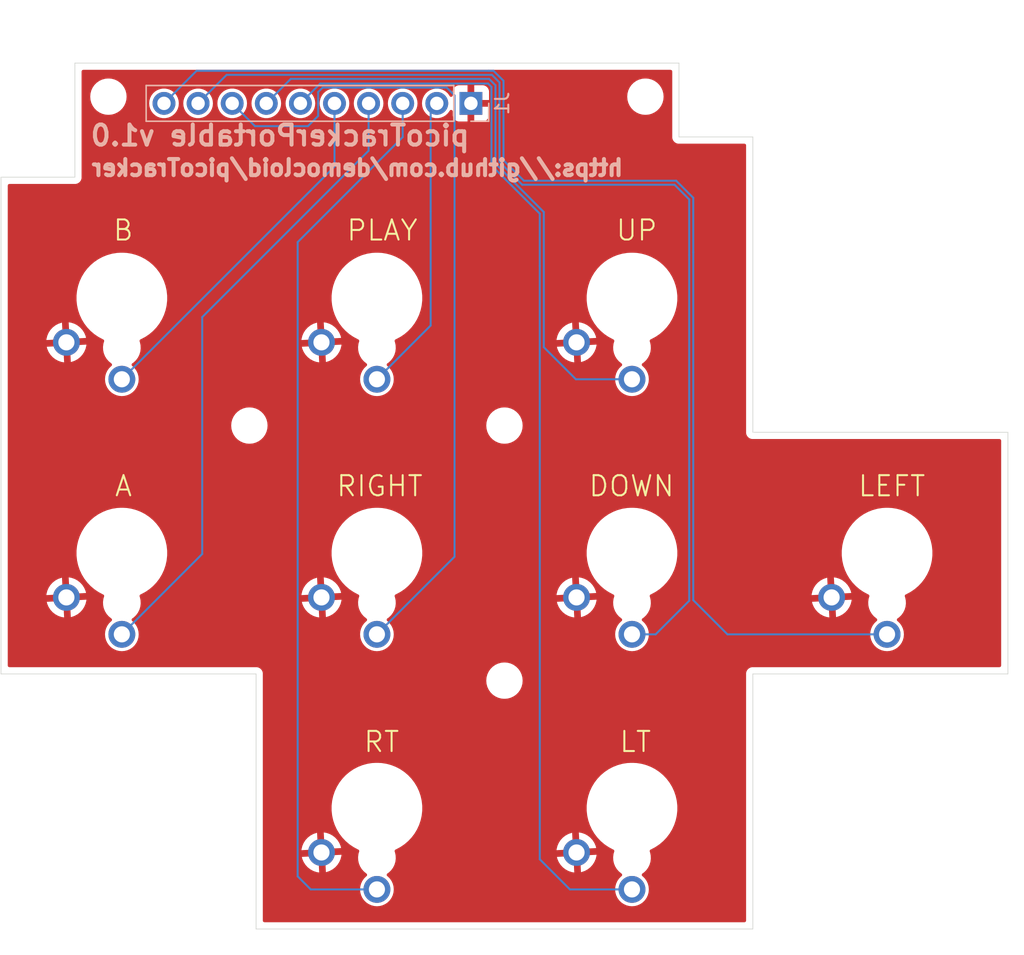
<source format=kicad_pcb>
(kicad_pcb (version 20221018) (generator pcbnew)
  (title_block (title "RP2040 Minimal Design Example") (date "2020-07-13") (rev "REV1") (company "Raspberry Pi (Trading) Ltd"))
  (layers (0 "F.Cu" signal) (31 "B.Cu" signal) (34 "B.Paste" user) (35 "F.Paste" user) (36 "B.SilkS" user "B.Silkscreen") (37 "F.SilkS" user "F.Silkscreen") (38 "B.Mask" user) (39 "F.Mask" user) (44 "Edge.Cuts" user))
  (net 0 "")
  (net 1 "/SW_LEFT")
  (net 2 "/SW_DOWN")
  (net 3 "/SW_RIGHT")
  (net 4 "/SW_UP")
  (net 5 "/SW_LT")
  (net 6 "/SW_B")
  (net 7 "/SW_A")
  (net 8 "/SW_RT")
  (net 9 "/SW_PLAY")
  (net 10 "/GND")
  (footprint "MountingHole:MountingHole_2.2mm_M2" (layer "F.Cu") (at 37.5 82.5)
    (fp_text reference "H3" hide)
    (fp_text value "MountingHole")
    (pad "" np_thru_hole circle locked (at 0 0) (size 2.2 2.2) (drill 2.2) (layers "*.Cu" "*.Mask"))
  )
  (footprint "MountingHole:MountingHole_2.2mm_M2" (layer "F.Cu") (at 37.5 101.5)
    (fp_text reference "H5" hide)
    (fp_text value "MountingHole")
    (pad "" np_thru_hole circle locked (at 0 0) (size 2.2 2.2) (drill 2.2) (layers "*.Cu" "*.Mask"))
  )
  (footprint "MountingHole:MountingHole_2.2mm_M2" (layer "F.Cu") (at 48 58)
    (fp_text reference "H1" hide)
    (fp_text value "MountingHole")
    (pad "" np_thru_hole circle locked (at 0 0) (size 2.2 2.2) (drill 2.2) (layers "*.Cu" "*.Mask"))
  )
  (footprint "MountingHole:MountingHole_2.2mm_M2" (layer "F.Cu") (at 18.5 82.5)
    (fp_text reference "H4" hide)
    (fp_text value "MountingHole")
    (pad "" np_thru_hole circle locked (at 0 0) (size 2.2 2.2) (drill 2.2) (layers "*.Cu" "*.Mask"))
  )
  (footprint "MountingHole:MountingHole_2.2mm_M2" (layer "F.Cu") (at 8 58)
    (fp_text reference "H2" hide)
    (fp_text value "MountingHole")
    (pad "" np_thru_hole circle locked (at 0 0) (size 2.2 2.2) (drill 2.2) (layers "*.Cu" "*.Mask"))
  )
  (footprint "Cherry MX LP:Cherry-MX-Low-Profile" (layer "B.Cu") (at 66 92 180)
    (fp_text reference "SW1")
    (fp_text value "LEFT" hide)
    (pad "" np_thru_hole circle locked (at 0 -3.7) (size 2.3 2.3) (drill 2.3) (layers "*.Cu" "*.Mask"))
    (pad "" np_thru_hole circle locked (at 0 0) (size 6.25 6.25) (drill 6.25) (layers "*.Cu" "*.Mask"))
    (pad "1" thru_hole circle locked (at 0 -6.05) (size 2 2) (drill 1.2) (layers "*.Cu" "*.Mask") (net 1 "/SW_LEFT"))
    (pad "2" thru_hole circle locked (at 4.13 -3.3 138.1) (size 2 2) (drill 1.2) (layers "*.Cu" "*.Mask") (net 10 "/GND"))
  )
  (footprint "Cherry MX LP:Cherry-MX-Low-Profile" (layer "B.Cu") (at 9 92 180)
    (fp_text reference "SW7")
    (fp_text value "A" hide)
    (pad "" np_thru_hole circle locked (at 0 -3.7) (size 2.3 2.3) (drill 2.3) (layers "*.Cu" "*.Mask"))
    (pad "" np_thru_hole circle locked (at 0 0) (size 6.25 6.25) (drill 6.25) (layers "*.Cu" "*.Mask"))
    (pad "1" thru_hole circle locked (at 0 -6.05) (size 2 2) (drill 1.2) (layers "*.Cu" "*.Mask") (net 7 "/SW_A"))
    (pad "2" thru_hole circle locked (at 4.13 -3.3 138.1) (size 2 2) (drill 1.2) (layers "*.Cu" "*.Mask") (net 10 "/GND"))
  )
  (footprint "Cherry MX LP:Cherry-MX-Low-Profile" (layer "B.Cu") (at 47 92 180)
    (fp_text reference "SW2")
    (fp_text value "DOWN" hide)
    (pad "" np_thru_hole circle locked (at 0 -3.7) (size 2.3 2.3) (drill 2.3) (layers "*.Cu" "*.Mask"))
    (pad "" np_thru_hole circle locked (at 0 0) (size 6.25 6.25) (drill 6.25) (layers "*.Cu" "*.Mask"))
    (pad "1" thru_hole circle locked (at 0 -6.05) (size 2 2) (drill 1.2) (layers "*.Cu" "*.Mask") (net 2 "/SW_DOWN"))
    (pad "2" thru_hole circle locked (at 4.13 -3.3 138.1) (size 2 2) (drill 1.2) (layers "*.Cu" "*.Mask") (net 10 "/GND"))
  )
  (footprint "Cherry MX LP:Cherry-MX-Low-Profile" (layer "B.Cu") (at 9 73 180)
    (fp_text reference "SW6")
    (fp_text value "B" hide)
    (pad "" np_thru_hole circle locked (at 0 -3.7) (size 2.3 2.3) (drill 2.3) (layers "*.Cu" "*.Mask"))
    (pad "" np_thru_hole circle locked (at 0 0) (size 6.25 6.25) (drill 6.25) (layers "*.Cu" "*.Mask"))
    (pad "1" thru_hole circle locked (at 0 -6.05) (size 2 2) (drill 1.2) (layers "*.Cu" "*.Mask") (net 6 "/SW_B"))
    (pad "2" thru_hole circle locked (at 4.13 -3.3 138.1) (size 2 2) (drill 1.2) (layers "*.Cu" "*.Mask") (net 10 "/GND"))
  )
  (footprint "Cherry MX LP:Cherry-MX-Low-Profile" (layer "B.Cu") (at 47 111 180)
    (fp_text reference "SW5")
    (fp_text value "LT" hide)
    (pad "" np_thru_hole circle locked (at 0 -3.7) (size 2.3 2.3) (drill 2.3) (layers "*.Cu" "*.Mask"))
    (pad "" np_thru_hole circle locked (at 0 0) (size 6.25 6.25) (drill 6.25) (layers "*.Cu" "*.Mask"))
    (pad "1" thru_hole circle locked (at 0 -6.05) (size 2 2) (drill 1.2) (layers "*.Cu" "*.Mask") (net 5 "/SW_LT"))
    (pad "2" thru_hole circle locked (at 4.13 -3.3 138.1) (size 2 2) (drill 1.2) (layers "*.Cu" "*.Mask") (net 10 "/GND"))
  )
  (footprint "Cherry MX LP:Cherry-MX-Low-Profile" (layer "B.Cu") (at 28 73 180)
    (fp_text reference "SW9")
    (fp_text value "PLAY" hide)
    (pad "" np_thru_hole circle locked (at 0 -3.7) (size 2.3 2.3) (drill 2.3) (layers "*.Cu" "*.Mask"))
    (pad "" np_thru_hole circle locked (at 0 0) (size 6.25 6.25) (drill 6.25) (layers "*.Cu" "*.Mask"))
    (pad "1" thru_hole circle locked (at 0 -6.05) (size 2 2) (drill 1.2) (layers "*.Cu" "*.Mask") (net 9 "/SW_PLAY"))
    (pad "2" thru_hole circle locked (at 4.13 -3.3 138.1) (size 2 2) (drill 1.2) (layers "*.Cu" "*.Mask") (net 10 "/GND"))
  )
  (footprint "Cherry MX LP:Cherry-MX-Low-Profile" (layer "B.Cu") (at 28 111 180)
    (fp_text reference "SW8")
    (fp_text value "RT" hide)
    (pad "" np_thru_hole circle locked (at 0 -3.7) (size 2.3 2.3) (drill 2.3) (layers "*.Cu" "*.Mask"))
    (pad "" np_thru_hole circle locked (at 0 0) (size 6.25 6.25) (drill 6.25) (layers "*.Cu" "*.Mask"))
    (pad "1" thru_hole circle locked (at 0 -6.05) (size 2 2) (drill 1.2) (layers "*.Cu" "*.Mask") (net 8 "/SW_RT"))
    (pad "2" thru_hole circle locked (at 4.13 -3.3 138.1) (size 2 2) (drill 1.2) (layers "*.Cu" "*.Mask") (net 10 "/GND"))
  )
  (footprint "Cherry MX LP:Cherry-MX-Low-Profile" (layer "B.Cu") (at 47 73 180)
    (fp_text reference "SW4")
    (fp_text value "UP" hide)
    (pad "" np_thru_hole circle locked (at 0 -3.7) (size 2.3 2.3) (drill 2.3) (layers "*.Cu" "*.Mask"))
    (pad "" np_thru_hole circle locked (at 0 0) (size 6.25 6.25) (drill 6.25) (layers "*.Cu" "*.Mask"))
    (pad "1" thru_hole circle locked (at 0 -6.05) (size 2 2) (drill 1.2) (layers "*.Cu" "*.Mask") (net 4 "/SW_UP"))
    (pad "2" thru_hole circle locked (at 4.13 -3.3 138.1) (size 2 2) (drill 1.2) (layers "*.Cu" "*.Mask") (net 10 "/GND"))
  )
  (footprint "Cherry MX LP:Cherry-MX-Low-Profile" (layer "B.Cu") (at 28 92 180)
    (fp_text reference "SW3")
    (fp_text value "RIGHT" hide)
    (pad "" np_thru_hole circle locked (at 0 -3.7) (size 2.3 2.3) (drill 2.3) (layers "*.Cu" "*.Mask"))
    (pad "" np_thru_hole circle locked (at 0 0) (size 6.25 6.25) (drill 6.25) (layers "*.Cu" "*.Mask"))
    (pad "1" thru_hole circle locked (at 0 -6.05) (size 2 2) (drill 1.2) (layers "*.Cu" "*.Mask") (net 3 "/SW_RIGHT"))
    (pad "2" thru_hole circle locked (at 4.13 -3.3 138.1) (size 2 2) (drill 1.2) (layers "*.Cu" "*.Mask") (net 10 "/GND"))
  )
  (footprint "Connector_PinHeader_2.54mm:PinHeader_1x10_P2.54mm_Vertical" (layer "B.Cu") (at 35 58.5 90)
    (fp_text reference "J1" (at 0 2.33 270) (layer "B.SilkS") (effects (justify mirror)))
    (fp_text value "Conn_01x10")
    (fp_line (start -1.33 -24.19) (end 1.33 -24.19) (stroke (width 0.12)) (layer "B.SilkS"))
    (fp_line (start -1.33 -1.27) (end -1.33 -24.19) (stroke (width 0.12)) (layer "B.SilkS"))
    (fp_line (start -1.33 -1.27) (end 1.33 -1.27) (stroke (width 0.12)) (layer "B.SilkS"))
    (fp_line (start -1.33 0) (end -1.33 1.33) (stroke (width 0.12)) (layer "B.SilkS"))
    (fp_line (start -1.33 1.33) (end 0 1.33) (stroke (width 0.12)) (layer "B.SilkS"))
    (fp_line (start 1.33 -1.27) (end 1.33 -24.19) (stroke (width 0.12)) (layer "B.SilkS"))
    (pad "1" thru_hole rect (at 0 0 90) (size 1.7 1.7) (drill 1) (layers "*.Cu" "*.Mask") (net 10 "/GND"))
    (pad "2" thru_hole oval (at 0 -2.54 90) (size 1.7 1.7) (drill 1) (layers "*.Cu" "*.Mask") (net 9 "/SW_PLAY"))
    (pad "3" thru_hole oval (at 0 -5.08 90) (size 1.7 1.7) (drill 1) (layers "*.Cu" "*.Mask") (net 8 "/SW_RT"))
    (pad "4" thru_hole oval (at 0 -7.62 90) (size 1.7 1.7) (drill 1) (layers "*.Cu" "*.Mask") (net 7 "/SW_A"))
    (pad "5" thru_hole oval (at 0 -10.16 90) (size 1.7 1.7) (drill 1) (layers "*.Cu" "*.Mask") (net 6 "/SW_B"))
    (pad "6" thru_hole oval (at 0 -12.7 90) (size 1.7 1.7) (drill 1) (layers "*.Cu" "*.Mask") (net 5 "/SW_LT"))
    (pad "7" thru_hole oval (at 0 -15.24 90) (size 1.7 1.7) (drill 1) (layers "*.Cu" "*.Mask") (net 4 "/SW_UP"))
    (pad "8" thru_hole oval (at 0 -17.78 90) (size 1.7 1.7) (drill 1) (layers "*.Cu" "*.Mask") (net 3 "/SW_RIGHT"))
    (pad "9" thru_hole oval (at 0 -20.32 90) (size 1.7 1.7) (drill 1) (layers "*.Cu" "*.Mask") (net 2 "/SW_DOWN"))
    (pad "10" thru_hole oval (at 0 -22.86 90) (size 1.7 1.7) (drill 1) (layers "*.Cu" "*.Mask") (net 1 "/SW_LEFT"))
  )
  (gr_line locked (start 19 120) (end 19 101) (stroke (width 0.05)) (layer "Edge.Cuts"))
  (gr_line locked (start 5.5 64) (end 5.5 55.5) (stroke (width 0.05)) (layer "Edge.Cuts"))
  (gr_line locked (start 75 83) (end 56 83) (stroke (width 0.05)) (layer "Edge.Cuts"))
  (gr_line locked (start 56 120) (end 56 101) (stroke (width 0.05)) (layer "Edge.Cuts"))
  (gr_line locked (start 56 120) (end 19 120) (stroke (width 0.05)) (layer "Edge.Cuts"))
  (gr_line locked (start 56 61) (end 50.5 61) (stroke (width 0.05)) (layer "Edge.Cuts"))
  (gr_line locked (start 75 101) (end 56 101) (stroke (width 0.05)) (layer "Edge.Cuts"))
  (gr_line locked (start 19 101) (end 0 101) (stroke (width 0.05)) (layer "Edge.Cuts"))
  (gr_line locked (start 50.5 61) (end 50.5 55.5) (stroke (width 0.05)) (layer "Edge.Cuts"))
  (gr_line locked (start 75 101) (end 75 83) (stroke (width 0.05)) (layer "Edge.Cuts"))
  (gr_line locked (start 5.5 64) (end 0 64) (stroke (width 0.05)) (layer "Edge.Cuts"))
  (gr_line locked (start 0 101) (end 0 64) (stroke (width 0.05)) (layer "Edge.Cuts"))
  (gr_line locked (start 50.5 55.5) (end 5.5 55.5) (stroke (width 0.05)) (layer "Edge.Cuts"))
  (gr_line locked (start 56 83) (end 56 61) (stroke (width 0.05)) (layer "Edge.Cuts"))
  (gr_text "picoTrackerPortable v1.0" (at 35.052 61.7728) (layer "B.SilkS") (effects (font (size 1.5 1.5) (thickness 0.3) bold) (justify left bottom mirror)))
  (gr_text "https://github.com/democloid/picoTracker" (at 46.482 64.008) (layer "B.SilkS") (effects (font (size 1.2 1.2) (thickness 0.3) bold) (justify left bottom mirror)))
  (gr_text "RIGHT" (at 24.892 87.884) (layer "F.SilkS") (effects (font (size 1.5 1.5)) (justify left bottom)))
  (gr_text "A" (at 8.382 87.884) (layer "F.SilkS") (effects (font (size 1.5 1.5)) (justify left bottom)))
  (gr_text "UP" (at 45.72 68.834) (layer "F.SilkS") (effects (font (size 1.5 1.5)) (justify left bottom)))
  (gr_text "LEFT" (at 63.754 87.884) (layer "F.SilkS") (effects (font (size 1.5 1.5)) (justify left bottom)))
  (gr_text "B" (at 8.255 68.834) (layer "F.SilkS") (effects (font (size 1.5 1.5)) (justify left bottom)))
  (gr_text "DOWN" (at 43.688 87.884) (layer "F.SilkS") (effects (font (size 1.5 1.5)) (justify left bottom)))
  (gr_text "LT" (at 45.974 106.934) (layer "F.SilkS") (effects (font (size 1.5 1.5)) (justify left bottom)))
  (gr_text "PLAY" (at 25.654 68.834) (layer "F.SilkS") (effects (font (size 1.5 1.5)) (justify left bottom)))
  (gr_text "RT" (at 26.924 106.934) (layer "F.SilkS") (effects (font (size 1.5 1.5)) (justify left bottom)))
  (segment (start 14.565 56.075) (end 36.322 56.075) (width 0.15) (layer "B.Cu") (net 1))
  (segment (start 36.322 56.075) (end 36.687264 56.075) (width 0.15) (layer "B.Cu") (net 1))
  (segment (start 38.948528 64.262) (end 50.292 64.262) (width 0.15) (layer "B.Cu") (net 1))
  (segment (start 51.562 95.504) (end 54.108 98.05) (width 0.15) (layer "B.Cu") (net 1))
  (segment (start 37.43 56.817736) (end 37.43 62.743472) (width 0.15) (layer "B.Cu") (net 1))
  (segment (start 51.562 65.532) (end 51.562 69.596) (width 0.15) (layer "B.Cu") (net 1))
  (segment (start 50.292 64.262) (end 51.562 65.532) (width 0.15) (layer "B.Cu") (net 1))
  (segment (start 36.687264 56.075) (end 37.43 56.817736) (width 0.15) (layer "B.Cu") (net 1))
  (segment (start 51.562 69.596) (end 51.562 95.504) (width 0.15) (layer "B.Cu") (net 1))
  (segment (start 37.43 62.743472) (end 38.948528 64.262) (width 0.15) (layer "B.Cu") (net 1))
  (segment (start 12.14 58.5) (end 14.565 56.075) (width 0.15) (layer "B.Cu") (net 1))
  (segment (start 54.108 98.05) (end 66 98.05) (width 0.15) (layer "B.Cu") (net 1))
  (segment (start 16.805 56.375) (end 36.563 56.375) (width 0.15) (layer "B.Cu") (net 2))
  (segment (start 51.262 65.656264) (end 51.262 69.804) (width 0.15) (layer "B.Cu") (net 2))
  (segment (start 14.68 58.5) (end 16.805 56.375) (width 0.15) (layer "B.Cu") (net 2))
  (segment (start 51.262 69.804) (end 51.262 95.55) (width 0.15) (layer "B.Cu") (net 2))
  (segment (start 37.13 62.867736) (end 38.824264 64.562) (width 0.15) (layer "B.Cu") (net 2))
  (segment (start 37.13 56.942) (end 37.13 62.867736) (width 0.15) (layer "B.Cu") (net 2))
  (segment (start 51.262 95.55) (end 48.762 98.05) (width 0.15) (layer "B.Cu") (net 2))
  (segment (start 48.762 98.05) (end 47 98.05) (width 0.15) (layer "B.Cu") (net 2))
  (segment (start 50.167736 64.562) (end 51.262 65.656264) (width 0.15) (layer "B.Cu") (net 2))
  (segment (start 38.824264 64.562) (end 50.167736 64.562) (width 0.15) (layer "B.Cu") (net 2))
  (segment (start 36.563 56.375) (end 37.13 56.942) (width 0.15) (layer "B.Cu") (net 2))
  (segment (start 33.782 57.912) (end 33.782 92.268) (width 0.15) (layer "B.Cu") (net 3))
  (segment (start 33.782 92.268) (end 32.512 93.538) (width 0.15) (layer "B.Cu") (net 3))
  (segment (start 18.918 60.198) (end 22.86 60.198) (width 0.15) (layer "B.Cu") (net 3))
  (segment (start 17.22 58.5) (end 18.918 60.198) (width 0.15) (layer "B.Cu") (net 3))
  (segment (start 23.622 57.658) (end 23.955 57.325) (width 0.15) (layer "B.Cu") (net 3))
  (segment (start 22.86 60.198) (end 23.622 59.436) (width 0.15) (layer "B.Cu") (net 3))
  (segment (start 23.622 59.436) (end 23.622 57.658) (width 0.15) (layer "B.Cu") (net 3))
  (segment (start 33.195 57.325) (end 33.782 57.912) (width 0.15) (layer "B.Cu") (net 3))
  (segment (start 23.955 57.325) (end 33.195 57.325) (width 0.15) (layer "B.Cu") (net 3))
  (segment (start 32.512 93.538) (end 28 98.05) (width 0.15) (layer "B.Cu") (net 3))
  (segment (start 36.355 56.675) (end 21.585 56.675) (width 0.15) (layer "B.Cu") (net 4))
  (segment (start 36.83 57.15) (end 36.355 56.675) (width 0.15) (layer "B.Cu") (net 4))
  (segment (start 21.585 56.675) (end 19.76 58.5) (width 0.15) (layer "B.Cu") (net 4))
  (segment (start 47 79.05) (end 42.82 79.05) (width 0.15) (layer "B.Cu") (net 4))
  (segment (start 40.432 76.662) (end 40.432 66.594) (width 0.15) (layer "B.Cu") (net 4))
  (segment (start 42.82 79.05) (end 40.432 76.662) (width 0.15) (layer "B.Cu") (net 4))
  (segment (start 40.432 66.594) (end 36.83 62.992) (width 0.15) (layer "B.Cu") (net 4))
  (segment (start 36.83 62.992) (end 36.83 57.15) (width 0.15) (layer "B.Cu") (net 4))
  (segment (start 40.132 114.808) (end 42.374 117.05) (width 0.15) (layer "B.Cu") (net 5))
  (segment (start 42.374 117.05) (end 47 117.05) (width 0.15) (layer "B.Cu") (net 5))
  (segment (start 36.280736 57.025) (end 23.775 57.025) (width 0.15) (layer "B.Cu") (net 5))
  (segment (start 40.132 70.612) (end 40.132 66.718264) (width 0.15) (layer "B.Cu") (net 5))
  (segment (start 36.53 63.116264) (end 36.53 57.274264) (width 0.15) (layer "B.Cu") (net 5))
  (segment (start 36.53 57.274264) (end 36.280736 57.025) (width 0.15) (layer "B.Cu") (net 5))
  (segment (start 23.775 57.025) (end 22.3 58.5) (width 0.15) (layer "B.Cu") (net 5))
  (segment (start 40.132 66.718264) (end 36.53 63.116264) (width 0.15) (layer "B.Cu") (net 5))
  (segment (start 40.132 70.612) (end 40.132 114.808) (width 0.15) (layer "B.Cu") (net 5))
  (segment (start 9 79.05) (end 23.876 64.174) (width 0.15) (layer "B.Cu") (net 6))
  (segment (start 24.84 63.21) (end 23.876 64.174) (width 0.15) (layer "B.Cu") (net 6))
  (segment (start 24.84 58.5) (end 24.84 63.21) (width 0.15) (layer "B.Cu") (net 6))
  (segment (start 14.986 74.422) (end 27.38 62.028) (width 0.15) (layer "B.Cu") (net 7))
  (segment (start 9 98.05) (end 14.986 92.064) (width 0.15) (layer "B.Cu") (net 7))
  (segment (start 27.38 62.028) (end 27.38 58) (width 0.15) (layer "B.Cu") (net 7))
  (segment (start 14.986 92.064) (end 14.986 74.422) (width 0.15) (layer "B.Cu") (net 7))
  (segment (start 23.368 117.05) (end 23.07 117.05) (width 0.15) (layer "B.Cu") (net 8))
  (segment (start 23.07 117.05) (end 22.098 116.078) (width 0.15) (layer "B.Cu") (net 8))
  (segment (start 29.92 61.012) (end 29.92 58.5) (width 0.15) (layer "B.Cu") (net 8))
  (segment (start 28 117.05) (end 23.368 117.05) (width 0.15) (layer "B.Cu") (net 8))
  (segment (start 22.098 68.834) (end 29.92 61.012) (width 0.15) (layer "B.Cu") (net 8))
  (segment (start 22.098 116.078) (end 22.098 68.834) (width 0.15) (layer "B.Cu") (net 8))
  (segment (start 32.004 58.956) (end 32.46 58.5) (width 0.15) (layer "B.Cu") (net 9))
  (segment (start 32.004 66.548) (end 32.004 58.956) (width 0.15) (layer "B.Cu") (net 9))
  (segment (start 32.004 75.046) (end 32.004 66.548) (width 0.15) (layer "B.Cu") (net 9))
  (segment (start 28 79.05) (end 32.004 75.046) (width 0.15) (layer "B.Cu") (net 9))
  (zone (net 10) (net_name "/GND") (layer "F.Cu") (connect_pads (clearance 0.25)) (min_thickness 0.25) (fill yes (thermal_gap 0.5) (thermal_bridge_width 0.5))
    (polygon (pts (xy 0 50.8) (xy 76.2 50.8) (xy 76.2 121.92) (xy 0 121.92)))
  )
)
</source>
